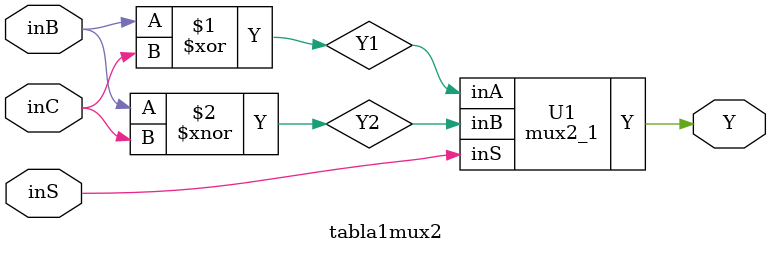
<source format=v>

module mux2_1(input wire inA, inB, inS, output wire Y);

  assign Y=inS?inB:inA;

endmodule

module mux4_1(input wire inA, inB, inC, inD, input wire[1:0] inS, output wire Y);
//Creacion de un mux 4 a 1 basado
  wire Y1, Y2;
  mux2_1 U1(inA, inB, inS[0], Y1);
  mux2_1 U2(inC, inD, inS[0], Y2);
  mux2_1 U3(Y1, Y2, inS[1], Y);

endmodule


module mux8_1(input wire inA, inB, inC, inD, inE, inF, inG, inH, input wire[2:0] inS, output wire Y);
//Creacion de un mux 8 a 1 basado
  wire Y1, Y2;
  mux4_1 U1(inA, inB, inC, inD, inS[1:0], Y1);
  mux4_1 U2(inE, inF, inG, inH, inS[1:0], Y2);
  mux2_1 U3(Y1, Y2, inS[2], Y);

endmodule



module tabla1mux8(input wire[2:0] inS, output wire Y);
//modulo para mux 8 tabla 1

//registrar cables
  wire inA1, inB1, inC1, inD1, inE1, inF1, inG1, inH1;

//asignar valores
  assign inA1=0; assign inB1=1; assign inC1=1; assign inD1=0;
  assign inE1=1; assign inF1=0; assign inG1=0; assign inH1=1;

  mux8_1 U1(inA1, inB1, inC1, inD1, inE1, inF1, inG1, inH1, inS, Y);
endmodule


module tabla1mux4(input wire inC, input wire[1:0] inS, output wire Y);
  //aplicando la primera tabla con un mux4a1 y compuertas
  wire NC;

  not N1(NC,inC);
// la compuerta not nos sirve para trabajar unicamente con una entrada C y el mux 4
  mux4_1 U1(inC,NC,NC,inC,inS, Y);
endmodule

module tabla1mux2(input wire inS, inB, inC, output wire Y);

  wire Y1, Y2;

  assign Y1= inB ^ inC ;
  assign Y2= inB ~^ inC;

  mux2_1 U1(Y1, Y2, inS, Y);


endmodule

</source>
